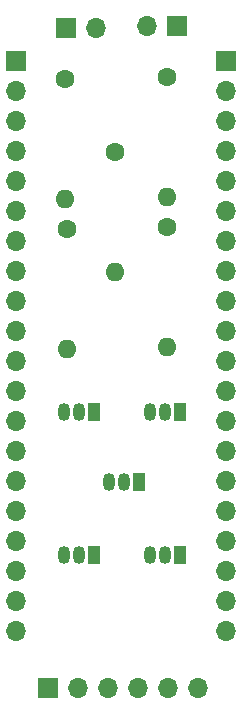
<source format=gbr>
%TF.GenerationSoftware,KiCad,Pcbnew,7.0.8-7.0.8~ubuntu22.04.1*%
%TF.CreationDate,2023-10-22T16:35:48+11:00*%
%TF.ProjectId,usbcontroller-c64,75736263-6f6e-4747-926f-6c6c65722d63,v01*%
%TF.SameCoordinates,Original*%
%TF.FileFunction,Soldermask,Top*%
%TF.FilePolarity,Negative*%
%FSLAX46Y46*%
G04 Gerber Fmt 4.6, Leading zero omitted, Abs format (unit mm)*
G04 Created by KiCad (PCBNEW 7.0.8-7.0.8~ubuntu22.04.1) date 2023-10-22 16:35:48*
%MOMM*%
%LPD*%
G01*
G04 APERTURE LIST*
%ADD10R,1.700000X1.700000*%
%ADD11O,1.700000X1.700000*%
%ADD12R,1.050000X1.500000*%
%ADD13O,1.050000X1.500000*%
%ADD14C,1.600000*%
%ADD15O,1.600000X1.600000*%
G04 APERTURE END LIST*
D10*
%TO.C,J1*%
X143510000Y-93726000D03*
D11*
X143510000Y-96266000D03*
X143510000Y-98806000D03*
X143510000Y-101346000D03*
X143510000Y-103886000D03*
X143510000Y-106426000D03*
X143510000Y-108966000D03*
X143510000Y-111506000D03*
X143510000Y-114046000D03*
X143510000Y-116586000D03*
X143510000Y-119126000D03*
X143510000Y-121666000D03*
X143510000Y-124206000D03*
X143510000Y-126746000D03*
X143510000Y-129286000D03*
X143510000Y-131826000D03*
X143510000Y-134366000D03*
X143510000Y-136906000D03*
X143510000Y-139446000D03*
X143510000Y-141986000D03*
%TD*%
D12*
%TO.C,Q5*%
X157378400Y-123469400D03*
D13*
X156108400Y-123469400D03*
X154838400Y-123469400D03*
%TD*%
D12*
%TO.C,Q3*%
X150114000Y-123465000D03*
D13*
X148844000Y-123465000D03*
X147574000Y-123465000D03*
%TD*%
D14*
%TO.C,R2*%
X151892000Y-101473000D03*
D15*
X151892000Y-111633000D03*
%TD*%
D12*
%TO.C,Q1*%
X150114000Y-135530000D03*
D13*
X148844000Y-135530000D03*
X147574000Y-135530000D03*
%TD*%
D10*
%TO.C,J3*%
X146227800Y-146812000D03*
D11*
X148767800Y-146812000D03*
X151307800Y-146812000D03*
X153847800Y-146812000D03*
X156387800Y-146812000D03*
X158927800Y-146812000D03*
%TD*%
D10*
%TO.C,J4*%
X157149800Y-90805000D03*
D11*
X154609800Y-90805000D03*
%TD*%
D14*
%TO.C,R1*%
X147701000Y-95250000D03*
D15*
X147701000Y-105410000D03*
%TD*%
D14*
%TO.C,R3*%
X147828000Y-107950000D03*
D15*
X147828000Y-118110000D03*
%TD*%
D12*
%TO.C,Q2*%
X153924000Y-129413000D03*
D13*
X152654000Y-129413000D03*
X151384000Y-129413000D03*
%TD*%
D14*
%TO.C,R4*%
X156337000Y-95123000D03*
D15*
X156337000Y-105283000D03*
%TD*%
D14*
%TO.C,R5*%
X156337000Y-107823000D03*
D15*
X156337000Y-117983000D03*
%TD*%
D12*
%TO.C,Q4*%
X157378400Y-135534400D03*
D13*
X156108400Y-135534400D03*
X154838400Y-135534400D03*
%TD*%
D10*
%TO.C,J5*%
X147751800Y-90957400D03*
D11*
X150291800Y-90957400D03*
%TD*%
D10*
%TO.C,J2*%
X161290000Y-93726000D03*
D11*
X161290000Y-96266000D03*
X161290000Y-98806000D03*
X161290000Y-101346000D03*
X161290000Y-103886000D03*
X161290000Y-106426000D03*
X161290000Y-108966000D03*
X161290000Y-111506000D03*
X161290000Y-114046000D03*
X161290000Y-116586000D03*
X161290000Y-119126000D03*
X161290000Y-121666000D03*
X161290000Y-124206000D03*
X161290000Y-126746000D03*
X161290000Y-129286000D03*
X161290000Y-131826000D03*
X161290000Y-134366000D03*
X161290000Y-136906000D03*
X161290000Y-139446000D03*
X161290000Y-141986000D03*
%TD*%
M02*

</source>
